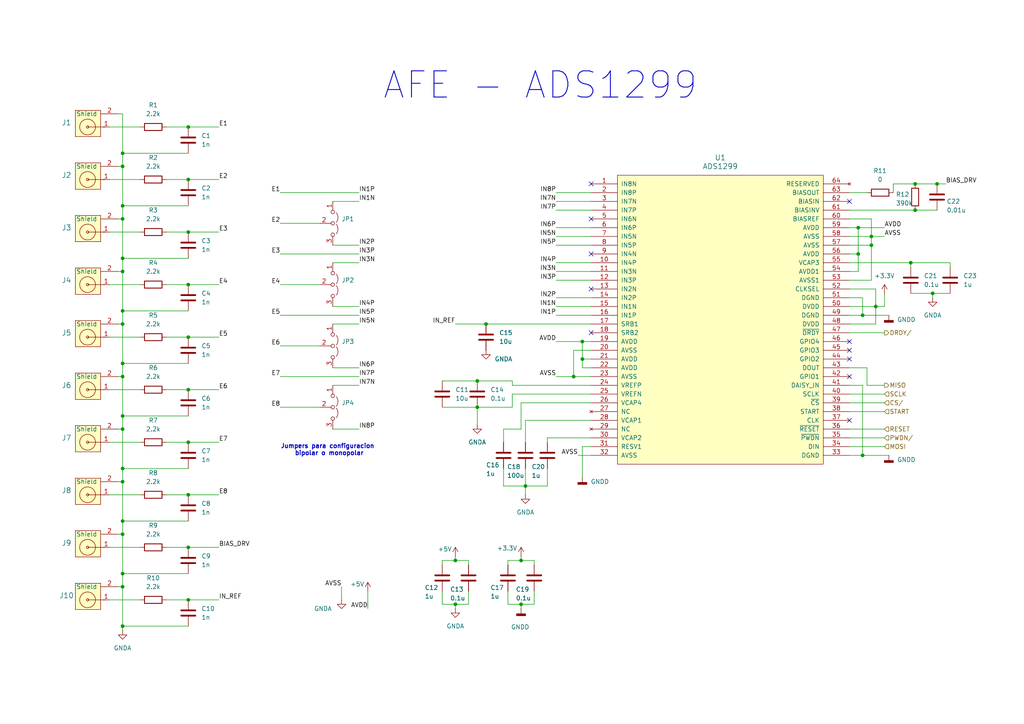
<source format=kicad_sch>
(kicad_sch (version 20250114) (generator "eeschema") (generator_version "9.0")
  (paper "A4")
  (title_block (title "Proyecto Casco EEG") (date "2025-09-11") (company "Bernardi Lorenzo - Dodera Francisco"))
  (lib_symbols
    (symbol "BioAmp_v1.1.0:ADS1299" (pin_names (offset 1.016))
      (property "Reference" "U" (at 0 43.18 0))
      (property "Value" "ADS1299" (at -24.13 -44.45 0))
      (symbol "ADS1299_0_1"
        (rectangle (start -29.21 40.64) (end 30.48 -43.18) (fill (type background)))
      )
      (symbol "ADS1299_1_1"
        (pin input line (at -36.83 38.1 0) (length 7.62) (name "IN8N") (number "1"))
        (pin input line (at -36.83 35.56 0) (length 7.62) (name "IN8P") (number "2"))
        (pin input line (at -36.83 33.02 0) (length 7.62) (name "IN7N") (number "3"))
        (pin input line (at -36.83 30.48 0) (length 7.62) (name "IN7P") (number "4"))
        (pin input line (at -36.83 27.94 0) (length 7.62) (name "IN6N") (number "5"))
        (pin input line (at -36.83 25.4 0) (length 7.62) (name "IN6P") (number "6"))
        (pin input line (at -36.83 22.86 0) (length 7.62) (name "IN5N") (number "7"))
        (pin input line (at -36.83 20.32 0) (length 7.62) (name "IN5P") (number "8"))
        (pin input line (at -36.83 17.78 0) (length 7.62) (name "IN4N") (number "9"))
        (pin input line (at -36.83 15.24 0) (length 7.62) (name "IN4P") (number "10"))
        (pin input line (at -36.83 12.7 0) (length 7.62) (name "IN3N") (number "11"))
        (pin input line (at -36.83 10.16 0) (length 7.62) (name "IN3P") (number "12"))
        (pin input line (at -36.83 7.62 0) (length 7.62) (name "IN2N") (number "13"))
        (pin input line (at -36.83 5.08 0) (length 7.62) (name "IN2P") (number "14"))
        (pin input line (at -36.83 2.54 0) (length 7.62) (name "IN1N") (number "15"))
        (pin input line (at -36.83 0 0) (length 7.62) (name "IN1P") (number "16"))
        (pin bidirectional line (at -36.83 -2.54 0) (length 7.62) (name "SRB1") (number "17"))
        (pin bidirectional line (at -36.83 -5.08 0) (length 7.62) (name "SRB2") (number "18"))
        (pin power_in line (at -36.83 -7.62 0) (length 7.62) (name "AVDD") (number "19"))
        (pin power_in line (at -36.83 -10.16 0) (length 7.62) (name "AVSS") (number "20"))
        (pin power_in line (at -36.83 -12.7 0) (length 7.62) (name "AVDD") (number "21"))
        (pin power_in line (at -36.83 -15.24 0) (length 7.62) (name "AVDD") (number "22"))
        (pin power_in line (at -36.83 -17.78 0) (length 7.62) (name "AVSS") (number "23"))
        (pin bidirectional line (at -36.83 -20.32 0) (length 7.62) (name "VREFP") (number "24"))
        (pin input line (at -36.83 -22.86 0) (length 7.62) (name "VREFN") (number "25"))
        (pin passive line (at -36.83 -25.4 0) (length 7.62) (name "VCAP4") (number "26"))
        (pin no_connect line (at -36.83 -27.94 0) (length 7.62) (name "NC") (number "27"))
        (pin passive line (at -36.83 -30.48 0) (length 7.62) (name "VCAP1") (number "28"))
        (pin no_connect line (at -36.83 -33.02 0) (length 7.62) (name "NC") (number "29"))
        (pin passive line (at -36.83 -35.56 0) (length 7.62) (name "VCAP2") (number "30"))
        (pin input line (at -36.83 -38.1 0) (length 7.62) (name "RESV1") (number "31"))
        (pin power_in line (at -36.83 -40.64 0) (length 7.62) (name "AVSS") (number "32"))
        (pin no_connect line (at 38.1 38.1 180) (length 7.62) (name "RESERVED") (number "64"))
        (pin output line (at 38.1 35.56 180) (length 7.62) (name "BIASOUT") (number "63"))
        (pin input line (at 38.1 33.02 180) (length 7.62) (name "BIASIN") (number "62"))
        (pin bidirectional line (at 38.1 30.48 180) (length 7.62) (name "BIASINV") (number "61"))
        (pin input line (at 38.1 27.94 180) (length 7.62) (name "BIASREF") (number "60"))
        (pin power_in line (at 38.1 25.4 180) (length 7.62) (name "AVDD") (number "59"))
        (pin power_in line (at 38.1 22.86 180) (length 7.62) (name "AVSS") (number "58"))
        (pin power_in line (at 38.1 20.32 180) (length 7.62) (name "AVSS") (number "57"))
        (pin power_in line (at 38.1 17.78 180) (length 7.62) (name "AVDD") (number "56"))
        (pin passive line (at 38.1 15.24 180) (length 7.62) (name "VCAP3") (number "55"))
        (pin power_in line (at 38.1 12.7 180) (length 7.62) (name "AVDD1") (number "54"))
        (pin power_in line (at 38.1 10.16 180) (length 7.62) (name "AVSS1") (number "53"))
        (pin input line (at 38.1 7.62 180) (length 7.62) (name "CLKSEL") (number "52"))
        (pin power_in line (at 38.1 5.08 180) (length 7.62) (name "DGND") (number "51"))
        (pin power_in line (at 38.1 2.54 180) (length 7.62) (name "DVDD") (number "50"))
        (pin power_in line (at 38.1 0 180) (length 7.62) (name "DGND") (number "49"))
        (pin power_in line (at 38.1 -2.54 180) (length 7.62) (name "DVDD") (number "48"))
        (pin output line (at 38.1 -5.08 180) (length 7.62) (name "~{DRDY}") (number "47"))
        (pin bidirectional line (at 38.1 -7.62 180) (length 7.62) (name "GPIO4") (number "46"))
        (pin bidirectional line (at 38.1 -10.16 180) (length 7.62) (name "GPIO3") (number "45"))
        (pin bidirectional line (at 38.1 -12.7 180) (length 7.62) (name "GPIO2") (number "44"))
        (pin output line (at 38.1 -15.24 180) (length 7.62) (name "DOUT") (number "43"))
        (pin bidirectional line (at 38.1 -17.78 180) (length 7.62) (name "GPIO1") (number "42"))
        (pin input line (at 38.1 -20.32 180) (length 7.62) (name "DAISY_IN") (number "41"))
        (pin input line (at 38.1 -22.86 180) (length 7.62) (name "SCLK") (number "40"))
        (pin input line (at 38.1 -25.4 180) (length 7.62) (name "~{CS}") (number "39"))
        (pin input line (at 38.1 -27.94 180) (length 7.62) (name "START") (number "38"))
        (pin bidirectional line (at 38.1 -30.48 180) (length 7.62) (name "CLK") (number "37"))
        (pin input line (at 38.1 -33.02 180) (length 7.62) (name "~{RESET}") (number "36"))
        (pin input line (at 38.1 -35.56 180) (length 7.62) (name "~{PWDN}") (number "35"))
        (pin input line (at 38.1 -38.1 180) (length 7.62) (name "DIN") (number "34"))
        (pin power_in line (at 38.1 -40.64 180) (length 7.62) (name "DGND") (number "33"))
      )
    )
    (symbol "BioAmp_v1.1.0:Jack_Touch-Proof" (pin_names (offset 1.016))
      (property "Reference" "J1" (at -0.254 -10.16 0))
      (property "Value" "Jack_Touch-Proof" (at -0.254 -7.62 0))
      (symbol "Jack_Touch-Proof_0_1"
        (rectangle (start -3.81 2.794) (end 3.556 -4.826) (fill (type background)))
        (polyline (pts (xy -2.286 0) (xy -5.08 0)))
        (polyline (pts (xy 0 0) (xy -2.286 0)))
        (circle (center 0 0) (radius 0.3556))
        (circle (center 0 0) (radius 2.286))
      )
      (symbol "Jack_Touch-Proof_1_1"
        (pin bidirectional line (at -8.89 -3.81 0) (length 5.08) (name "Shield") (number "2"))
        (pin bidirectional line (at -6.35 0 0) (length 1.905) (name "~") (number "1"))
      )
    )
    (symbol "Device:C" (pin_numbers (hide yes)) (pin_names (offset 0.254))
      (property "Reference" "C" (at 0.635 2.54 0))
      (property "Value" "C" (at 0.635 -2.54 0))
      (symbol "C_0_1"
        (polyline (pts (xy -2.032 0.762) (xy 2.032 0.762)) (stroke (width 0.508)))
        (polyline (pts (xy -2.032 -0.762) (xy 2.032 -0.762)) (stroke (width 0.508)))
      )
      (symbol "C_1_1"
        (pin passive line (at 0 3.81 270) (length 2.794) (name "~") (number "1"))
        (pin passive line (at 0 -3.81 90) (length 2.794) (name "~") (number "2"))
      )
    )
    (symbol "Device:R" (pin_numbers (hide yes)) (pin_names (offset 0))
      (property "Reference" "R" (at 2.032 0 90))
      (property "Value" "R" (at 0 0 90))
      (symbol "R_0_1"
        (rectangle (start -1.016 -2.54) (end 1.016 2.54) (stroke (width 0.254)))
      )
      (symbol "R_1_1"
        (pin passive line (at 0 3.81 270) (length 1.27) (name "~") (number "1"))
        (pin passive line (at 0 -3.81 90) (length 1.27) (name "~") (number "2"))
      )
    )
    (symbol "Jumper:Jumper_3_Open" (pin_names (offset 0) (hide yes)) (in_bom no)
      (property "Reference" "JP" (at -2.54 -2.54 0))
      (property "Value" "Jumper_3_Open" (at 0 2.794 0))
      (symbol "Jumper_3_Open_0_0"
        (circle (center -3.302 0) (radius 0.508))
        (circle (center 0 0) (radius 0.508))
        (circle (center 3.302 0) (radius 0.508))
      )
      (symbol "Jumper_3_Open_0_1"
        (arc (start -3.048 1.016) (mid -1.651 1.4992) (end -0.254 1.016))
        (polyline (pts (xy 0 -0.508) (xy 0 -1.27)))
        (arc (start 0.254 1.016) (mid 1.651 1.4992) (end 3.048 1.016))
      )
      (symbol "Jumper_3_Open_1_1"
        (pin passive line (at -6.35 0 0) (length 2.54) (name "A") (number "1"))
        (pin passive line (at 0 -3.81 90) (length 2.54) (name "C") (number "2"))
        (pin passive line (at 6.35 0 180) (length 2.54) (name "B") (number "3"))
      )
    )
    (symbol "power:+3.3V" (power) (pin_numbers (hide yes)) (pin_names (offset 0) (hide yes))
      (property "Value" "+3.3V" (at 0 3.556 0))
      (symbol "+3.3V_0_1"
        (polyline (pts (xy -0.762 1.27) (xy 0 2.54)))
        (polyline (pts (xy 0 2.54) (xy 0.762 1.27)))
        (polyline (pts (xy 0 0) (xy 0 2.54)))
      )
      (symbol "+3.3V_1_1"
        (pin power_in line (at 0 0 90) (length 0) (name "~") (number "1"))
      )
    )
    (symbol "power:+5V" (power) (pin_numbers (hide yes)) (pin_names (offset 0) (hide yes))
      (property "Value" "+5V" (at 0 3.556 0))
      (symbol "+5V_0_1"
        (polyline (pts (xy -0.762 1.27) (xy 0 2.54)))
        (polyline (pts (xy 0 2.54) (xy 0.762 1.27)))
        (polyline (pts (xy 0 0) (xy 0 2.54)))
      )
      (symbol "+5V_1_1"
        (pin power_in line (at 0 0 90) (length 0) (name "~") (number "1"))
      )
    )
    (symbol "power:GNDA" (power) (pin_numbers (hide yes)) (pin_names (offset 0) (hide yes))
      (property "Value" "GNDA" (at 0 -3.81 0))
      (symbol "GNDA_0_1"
        (polyline (pts (xy 0 0) (xy 0 -1.27) (xy 1.27 -1.27) (xy 0 -2.54) (xy -1.27 -1.27) (xy 0 -1.27)))
      )
      (symbol "GNDA_1_1"
        (pin power_in line (at 0 0 270) (length 0) (name "~") (number "1"))
      )
    )
    (symbol "power:GNDD" (power) (pin_numbers (hide yes)) (pin_names (offset 0) (hide yes))
      (property "Value" "GNDD" (at 0 -3.175 0))
      (symbol "GNDD_0_1"
        (rectangle (start -1.27 -1.524) (end 1.27 -2.032) (stroke (width 0.254)) (fill (type outline)))
        (polyline (pts (xy 0 0) (xy 0 -1.524)))
      )
      (symbol "GNDD_1_1"
        (pin power_in line (at 0 0 270) (length 0) (name "~") (number "1"))
      )
    )
  )
  (text "AFE - ADS1299" (at 156.718 24.892 0) (effects (font (size 7.62 7.62) (thickness 0.254) (bold yes))))
  (text "Jumpers para configuracion \nbipolar o monopolar" (at 95.504 130.556 0) (effects (font (size 1.27 1.27) (thickness 0.254) (bold yes))))
  (junction (at 54.61 128.27))
  (junction (at 35.56 154.94))
  (junction (at 132.08 175.26))
  (junction (at 248.92 66.04))
  (junction (at 54.61 143.51))
  (junction (at 168.91 104.14))
  (junction (at 54.61 113.03))
  (junction (at 35.56 181.61))
  (junction (at 54.61 97.79))
  (junction (at 138.43 118.11))
  (junction (at 132.08 162.56))
  (junction (at 252.73 71.12))
  (junction (at 35.56 109.22))
  (junction (at 254 88.9))
  (junction (at 138.43 110.49))
  (junction (at 265.43 53.34))
  (junction (at 151.13 162.56))
  (junction (at 264.16 76.2))
  (junction (at 35.56 166.37))
  (junction (at 271.78 53.34))
  (junction (at 35.56 151.13))
  (junction (at 248.92 73.66))
  (junction (at 168.91 99.06))
  (junction (at 35.56 135.89))
  (junction (at 140.97 93.98))
  (junction (at 54.61 173.99))
  (junction (at 265.43 60.96))
  (junction (at 35.56 78.74))
  (junction (at 152.4 140.97))
  (junction (at 166.37 109.22))
  (junction (at 35.56 105.41))
  (junction (at 35.56 93.98))
  (junction (at 250.19 91.44))
  (junction (at 270.51 85.09))
  (junction (at 35.56 48.26))
  (junction (at 35.56 44.45))
  (junction (at 151.13 175.26))
  (junction (at 54.61 82.55))
  (junction (at 250.19 132.08))
  (junction (at 54.61 52.07))
  (junction (at 54.61 158.75))
  (junction (at 35.56 90.17))
  (junction (at 54.61 36.83))
  (junction (at 35.56 139.7))
  (junction (at 35.56 124.46))
  (junction (at 35.56 74.93))
  (junction (at 252.73 68.58))
  (junction (at 35.56 59.69))
  (junction (at 35.56 63.5))
  (junction (at 35.56 170.18))
  (junction (at 54.61 67.31))
  (junction (at 35.56 120.65))
  (no_connect (at 246.38 58.42))
  (no_connect (at 171.45 83.82))
  (no_connect (at 246.38 99.06))
  (no_connect (at 171.45 63.5))
  (no_connect (at 246.38 101.6))
  (no_connect (at 246.38 121.92))
  (no_connect (at 171.45 96.52))
  (no_connect (at 246.38 104.14))
  (no_connect (at 171.45 53.34))
  (no_connect (at 171.45 73.66))
  (no_connect (at 246.38 109.22))
  (wire (pts (xy 35.56 48.26) (xy 35.56 59.69)))
  (wire (pts (xy 48.26 128.27) (xy 54.61 128.27)))
  (wire (pts (xy 171.45 106.68) (xy 168.91 106.68)))
  (wire (pts (xy 132.08 175.26) (xy 135.89 175.26)))
  (wire (pts (xy 35.56 90.17) (xy 35.56 93.98)))
  (wire (pts (xy 166.37 101.6) (xy 171.45 101.6)))
  (wire (pts (xy 161.29 71.12) (xy 171.45 71.12)))
  (wire (pts (xy 54.61 143.51) (xy 63.5 143.51)))
  (wire (pts (xy 168.91 104.14) (xy 168.91 99.06)))
  (wire (pts (xy 132.08 161.29) (xy 132.08 162.56)))
  (wire (pts (xy 264.16 76.2) (xy 264.16 77.47)))
  (wire (pts (xy 161.29 99.06) (xy 168.91 99.06)))
  (wire (pts (xy 35.56 120.65) (xy 35.56 124.46)))
  (wire (pts (xy 168.91 129.54) (xy 168.91 138.43)))
  (wire (pts (xy 35.56 105.41) (xy 35.56 109.22)))
  (wire (pts (xy 246.38 55.88) (xy 251.46 55.88)))
  (wire (pts (xy 246.38 129.54) (xy 256.54 129.54)))
  (wire (pts (xy 81.28 118.11) (xy 92.71 118.11)))
  (wire (pts (xy 168.91 99.06) (xy 171.45 99.06)))
  (wire (pts (xy 132.08 93.98) (xy 140.97 93.98)))
  (wire (pts (xy 96.52 106.68) (xy 104.14 106.68)))
  (wire (pts (xy 96.52 124.46) (xy 104.14 124.46)))
  (wire (pts (xy 250.19 86.36) (xy 250.19 91.44)))
  (wire (pts (xy 246.38 66.04) (xy 248.92 66.04)))
  (wire (pts (xy 96.52 76.2) (xy 104.14 76.2)))
  (wire (pts (xy 254 88.9) (xy 254 93.98)))
  (wire (pts (xy 152.4 121.92) (xy 152.4 128.27)))
  (wire (pts (xy 151.13 116.84) (xy 151.13 124.46)))
  (wire (pts (xy 48.26 97.79) (xy 54.61 97.79)))
  (wire (pts (xy 270.51 85.09) (xy 275.59 85.09)))
  (wire (pts (xy 264.16 76.2) (xy 275.59 76.2)))
  (wire (pts (xy 152.4 140.97) (xy 158.75 140.97)))
  (wire (pts (xy 250.19 91.44) (xy 246.38 91.44)))
  (wire (pts (xy 154.94 175.26) (xy 154.94 171.45)))
  (wire (pts (xy 31.75 82.55) (xy 40.64 82.55)))
  (wire (pts (xy 128.27 163.83) (xy 128.27 162.56)))
  (wire (pts (xy 158.75 140.97) (xy 158.75 135.89)))
  (wire (pts (xy 254 83.82) (xy 254 88.9)))
  (wire (pts (xy 54.61 67.31) (xy 63.5 67.31)))
  (wire (pts (xy 161.29 68.58) (xy 171.45 68.58)))
  (wire (pts (xy 35.56 139.7) (xy 35.56 151.13)))
  (wire (pts (xy 265.43 53.34) (xy 271.78 53.34)))
  (wire (pts (xy 35.56 90.17) (xy 54.61 90.17)))
  (wire (pts (xy 270.51 85.09) (xy 270.51 86.36)))
  (wire (pts (xy 35.56 120.65) (xy 54.61 120.65)))
  (wire (pts (xy 265.43 60.96) (xy 271.78 60.96)))
  (wire (pts (xy 35.56 44.45) (xy 54.61 44.45)))
  (wire (pts (xy 248.92 78.74) (xy 248.92 73.66)))
  (wire (pts (xy 259.08 53.34) (xy 265.43 53.34)))
  (wire (pts (xy 161.29 60.96) (xy 171.45 60.96)))
  (wire (pts (xy 152.4 140.97) (xy 152.4 143.51)))
  (wire (pts (xy 128.27 162.56) (xy 132.08 162.56)))
  (wire (pts (xy 132.08 175.26) (xy 132.08 176.53)))
  (wire (pts (xy 35.56 166.37) (xy 54.61 166.37)))
  (wire (pts (xy 246.38 78.74) (xy 248.92 78.74)))
  (wire (pts (xy 246.38 83.82) (xy 254 83.82)))
  (wire (pts (xy 34.29 93.98) (xy 35.56 93.98)))
  (wire (pts (xy 34.29 48.26) (xy 35.56 48.26)))
  (wire (pts (xy 152.4 121.92) (xy 171.45 121.92)))
  (wire (pts (xy 161.29 76.2) (xy 171.45 76.2)))
  (wire (pts (xy 54.61 173.99) (xy 63.5 173.99)))
  (wire (pts (xy 171.45 129.54) (xy 168.91 129.54)))
  (wire (pts (xy 48.26 143.51) (xy 54.61 143.51)))
  (wire (pts (xy 151.13 175.26) (xy 154.94 175.26)))
  (wire (pts (xy 151.13 162.56) (xy 154.94 162.56)))
  (wire (pts (xy 246.38 81.28) (xy 252.73 81.28)))
  (wire (pts (xy 35.56 105.41) (xy 54.61 105.41)))
  (wire (pts (xy 31.75 143.51) (xy 40.64 143.51)))
  (wire (pts (xy 161.29 66.04) (xy 171.45 66.04)))
  (wire (pts (xy 246.38 60.96) (xy 265.43 60.96)))
  (wire (pts (xy 275.59 76.2) (xy 275.59 77.47)))
  (wire (pts (xy 54.61 97.79) (xy 63.5 97.79)))
  (wire (pts (xy 256.54 85.09) (xy 256.54 88.9)))
  (wire (pts (xy 31.75 173.99) (xy 40.64 173.99)))
  (wire (pts (xy 35.56 74.93) (xy 54.61 74.93)))
  (wire (pts (xy 35.56 154.94) (xy 35.56 166.37)))
  (wire (pts (xy 96.52 58.42) (xy 104.14 58.42)))
  (wire (pts (xy 81.28 91.44) (xy 104.14 91.44)))
  (wire (pts (xy 81.28 109.22) (xy 104.14 109.22)))
  (wire (pts (xy 168.91 104.14) (xy 171.45 104.14)))
  (wire (pts (xy 161.29 86.36) (xy 171.45 86.36)))
  (wire (pts (xy 161.29 81.28) (xy 171.45 81.28)))
  (wire (pts (xy 251.46 106.68) (xy 251.46 111.76)))
  (wire (pts (xy 248.92 66.04) (xy 256.54 66.04)))
  (wire (pts (xy 271.78 53.34) (xy 274.32 53.34)))
  (wire (pts (xy 152.4 135.89) (xy 152.4 140.97)))
  (wire (pts (xy 250.19 91.44) (xy 257.81 91.44)))
  (wire (pts (xy 246.38 86.36) (xy 250.19 86.36)))
  (wire (pts (xy 54.61 82.55) (xy 63.5 82.55)))
  (wire (pts (xy 140.97 93.98) (xy 171.45 93.98)))
  (wire (pts (xy 35.56 109.22) (xy 35.56 120.65)))
  (wire (pts (xy 251.46 111.76) (xy 256.54 111.76)))
  (wire (pts (xy 96.52 71.12) (xy 104.14 71.12)))
  (wire (pts (xy 246.38 93.98) (xy 254 93.98)))
  (wire (pts (xy 248.92 66.04) (xy 248.92 73.66)))
  (wire (pts (xy 34.29 170.18) (xy 35.56 170.18)))
  (wire (pts (xy 35.56 44.45) (xy 35.56 48.26)))
  (wire (pts (xy 31.75 52.07) (xy 40.64 52.07)))
  (wire (pts (xy 48.26 36.83) (xy 54.61 36.83)))
  (wire (pts (xy 138.43 118.11) (xy 148.59 118.11)))
  (wire (pts (xy 246.38 76.2) (xy 264.16 76.2)))
  (wire (pts (xy 146.05 135.89) (xy 146.05 140.97)))
  (wire (pts (xy 171.45 111.76) (xy 148.59 111.76)))
  (wire (pts (xy 48.26 113.03) (xy 54.61 113.03)))
  (wire (pts (xy 34.29 33.02) (xy 35.56 33.02)))
  (wire (pts (xy 54.61 128.27) (xy 63.5 128.27)))
  (wire (pts (xy 48.26 173.99) (xy 54.61 173.99)))
  (wire (pts (xy 54.61 158.75) (xy 63.5 158.75)))
  (wire (pts (xy 151.13 175.26) (xy 151.13 176.53)))
  (wire (pts (xy 132.08 162.56) (xy 135.89 162.56)))
  (wire (pts (xy 246.38 127) (xy 256.54 127)))
  (wire (pts (xy 246.38 106.68) (xy 251.46 106.68)))
  (wire (pts (xy 54.61 151.13) (xy 35.56 151.13)))
  (wire (pts (xy 151.13 161.29) (xy 151.13 162.56)))
  (wire (pts (xy 128.27 171.45) (xy 128.27 175.26)))
  (wire (pts (xy 34.29 63.5) (xy 35.56 63.5)))
  (wire (pts (xy 35.56 170.18) (xy 35.56 181.61)))
  (wire (pts (xy 48.26 52.07) (xy 54.61 52.07)))
  (wire (pts (xy 35.56 59.69) (xy 35.56 63.5)))
  (wire (pts (xy 158.75 127) (xy 158.75 128.27)))
  (wire (pts (xy 35.56 135.89) (xy 54.61 135.89)))
  (wire (pts (xy 96.52 93.98) (xy 104.14 93.98)))
  (wire (pts (xy 48.26 67.31) (xy 54.61 67.31)))
  (wire (pts (xy 171.45 127) (xy 158.75 127)))
  (wire (pts (xy 135.89 175.26) (xy 135.89 171.45)))
  (wire (pts (xy 171.45 116.84) (xy 151.13 116.84)))
  (wire (pts (xy 246.38 96.52) (xy 256.54 96.52)))
  (wire (pts (xy 31.75 113.03) (xy 40.64 113.03)))
  (wire (pts (xy 252.73 68.58) (xy 252.73 71.12)))
  (wire (pts (xy 138.43 118.11) (xy 138.43 123.19)))
  (wire (pts (xy 128.27 175.26) (xy 132.08 175.26)))
  (wire (pts (xy 264.16 85.09) (xy 270.51 85.09)))
  (wire (pts (xy 246.38 111.76) (xy 250.19 111.76)))
  (wire (pts (xy 147.32 171.45) (xy 147.32 175.26)))
  (wire (pts (xy 148.59 114.3) (xy 171.45 114.3)))
  (wire (pts (xy 35.56 135.89) (xy 35.56 139.7)))
  (wire (pts (xy 246.38 132.08) (xy 250.19 132.08)))
  (wire (pts (xy 81.28 55.88) (xy 104.14 55.88)))
  (wire (pts (xy 31.75 36.83) (xy 40.64 36.83)))
  (wire (pts (xy 161.29 109.22) (xy 166.37 109.22)))
  (wire (pts (xy 161.29 55.88) (xy 171.45 55.88)))
  (wire (pts (xy 34.29 139.7) (xy 35.56 139.7)))
  (wire (pts (xy 34.29 78.74) (xy 35.56 78.74)))
  (wire (pts (xy 34.29 109.22) (xy 35.56 109.22)))
  (wire (pts (xy 148.59 110.49) (xy 138.43 110.49)))
  (wire (pts (xy 246.38 124.46) (xy 256.54 124.46)))
  (wire (pts (xy 171.45 109.22) (xy 166.37 109.22)))
  (wire (pts (xy 248.92 73.66) (xy 246.38 73.66)))
  (wire (pts (xy 34.29 124.46) (xy 35.56 124.46)))
  (wire (pts (xy 154.94 162.56) (xy 154.94 163.83)))
  (wire (pts (xy 246.38 116.84) (xy 256.54 116.84)))
  (wire (pts (xy 31.75 97.79) (xy 40.64 97.79)))
  (wire (pts (xy 151.13 124.46) (xy 146.05 124.46)))
  (wire (pts (xy 246.38 119.38) (xy 256.54 119.38)))
  (wire (pts (xy 81.28 73.66) (xy 104.14 73.66)))
  (wire (pts (xy 31.75 67.31) (xy 40.64 67.31)))
  (wire (pts (xy 35.56 78.74) (xy 35.56 90.17)))
  (wire (pts (xy 146.05 140.97) (xy 152.4 140.97)))
  (wire (pts (xy 54.61 36.83) (xy 63.5 36.83)))
  (wire (pts (xy 99.06 170.18) (xy 99.06 173.99)))
  (wire (pts (xy 147.32 175.26) (xy 151.13 175.26)))
  (wire (pts (xy 31.75 158.75) (xy 40.64 158.75)))
  (wire (pts (xy 35.56 166.37) (xy 35.56 170.18)))
  (wire (pts (xy 54.61 113.03) (xy 63.5 113.03)))
  (wire (pts (xy 250.19 132.08) (xy 257.81 132.08)))
  (wire (pts (xy 54.61 52.07) (xy 63.5 52.07)))
  (wire (pts (xy 161.29 58.42) (xy 171.45 58.42)))
  (wire (pts (xy 252.73 63.5) (xy 252.73 68.58)))
  (wire (pts (xy 147.32 162.56) (xy 151.13 162.56)))
  (wire (pts (xy 246.38 71.12) (xy 252.73 71.12)))
  (wire (pts (xy 246.38 88.9) (xy 254 88.9)))
  (wire (pts (xy 81.28 64.77) (xy 92.71 64.77)))
  (wire (pts (xy 35.56 151.13) (xy 35.56 154.94)))
  (wire (pts (xy 35.56 74.93) (xy 35.56 78.74)))
  (wire (pts (xy 161.29 88.9) (xy 171.45 88.9)))
  (wire (pts (xy 35.56 93.98) (xy 35.56 105.41)))
  (wire (pts (xy 48.26 82.55) (xy 54.61 82.55)))
  (wire (pts (xy 34.29 154.94) (xy 35.56 154.94)))
  (wire (pts (xy 96.52 88.9) (xy 104.14 88.9)))
  (wire (pts (xy 166.37 109.22) (xy 166.37 101.6)))
  (wire (pts (xy 259.08 55.88) (xy 259.08 53.34)))
  (wire (pts (xy 31.75 128.27) (xy 40.64 128.27)))
  (wire (pts (xy 138.43 110.49) (xy 128.27 110.49)))
  (wire (pts (xy 135.89 162.56) (xy 135.89 163.83)))
  (wire (pts (xy 161.29 78.74) (xy 171.45 78.74)))
  (wire (pts (xy 148.59 111.76) (xy 148.59 110.49)))
  (wire (pts (xy 35.56 59.69) (xy 54.61 59.69)))
  (wire (pts (xy 250.19 111.76) (xy 250.19 132.08)))
  (wire (pts (xy 35.56 124.46) (xy 35.56 135.89)))
  (wire (pts (xy 81.28 100.33) (xy 92.71 100.33)))
  (wire (pts (xy 96.52 111.76) (xy 104.14 111.76)))
  (wire (pts (xy 35.56 181.61) (xy 54.61 181.61)))
  (wire (pts (xy 81.28 82.55) (xy 92.71 82.55)))
  (wire (pts (xy 106.68 171.45) (xy 106.68 176.53)))
  (wire (pts (xy 246.38 63.5) (xy 252.73 63.5)))
  (wire (pts (xy 256.54 88.9) (xy 254 88.9)))
  (wire (pts (xy 48.26 158.75) (xy 54.61 158.75)))
  (wire (pts (xy 35.56 63.5) (xy 35.56 74.93)))
  (wire (pts (xy 252.73 68.58) (xy 256.54 68.58)))
  (wire (pts (xy 161.29 91.44) (xy 171.45 91.44)))
  (wire (pts (xy 146.05 124.46) (xy 146.05 128.27)))
  (wire (pts (xy 168.91 106.68) (xy 168.91 104.14)))
  (wire (pts (xy 252.73 81.28) (xy 252.73 71.12)))
  (wire (pts (xy 148.59 118.11) (xy 148.59 114.3)))
  (wire (pts (xy 128.27 118.11) (xy 138.43 118.11)))
  (wire (pts (xy 35.56 181.61) (xy 35.56 182.88)))
  (wire (pts (xy 35.56 33.02) (xy 35.56 44.45)))
  (wire (pts (xy 246.38 68.58) (xy 252.73 68.58)))
  (wire (pts (xy 246.38 114.3) (xy 256.54 114.3)))
  (wire (pts (xy 167.64 132.08) (xy 171.45 132.08)))
  (wire (pts (xy 147.32 163.83) (xy 147.32 162.56)))
  (label "AVDD" (at 106.68 176.53 180))
  (label "E3" (at 81.28 73.66 180))
  (label "IN2P" (at 161.29 86.36 180))
  (label "AVSS" (at 161.29 109.22 180))
  (label "IN_REF" (at 132.08 93.98 180))
  (label "IN7P" (at 104.14 109.22 0))
  (label "IN5P" (at 161.29 71.12 180))
  (label "AVSS" (at 167.64 132.08 180))
  (label "E5" (at 81.28 91.44 180))
  (label "IN4P" (at 161.29 76.2 180))
  (label "IN2P" (at 104.14 71.12 0))
  (label "AVDD" (at 256.54 66.04 0))
  (label "E6" (at 63.5 113.03 0))
  (label "E2" (at 63.5 52.07 0))
  (label "AVSS" (at 256.54 68.58 0))
  (label "E8" (at 81.28 118.11 180))
  (label "IN5N" (at 161.29 68.58 180))
  (label "E4" (at 81.28 82.55 180))
  (label "E5" (at 63.5 97.79 0))
  (label "IN1N" (at 104.14 58.42 0))
  (label "BIAS_DRV" (at 274.32 53.34 0))
  (label "E8" (at 63.5 143.51 0))
  (label "IN3N" (at 161.29 78.74 180))
  (label "IN5N" (at 104.14 93.98 0))
  (label "IN4P" (at 104.14 88.9 0))
  (label "IN1P" (at 161.29 91.44 180))
  (label "IN3N" (at 104.14 76.2 0))
  (label "E7" (at 63.5 128.27 0))
  (label "IN3P" (at 104.14 73.66 0))
  (label "IN5P" (at 104.14 91.44 0))
  (label "IN1N" (at 161.29 88.9 180))
  (label "IN1P" (at 104.14 55.88 0))
  (label "IN8P" (at 161.29 55.88 180))
  (label "IN6P" (at 104.14 106.68 0))
  (label "E1" (at 81.28 55.88 180))
  (label "IN7P" (at 161.29 60.96 180))
  (label "IN3P" (at 161.29 81.28 180))
  (label "E2" (at 81.28 64.77 180))
  (label "BIAS_DRV" (at 63.5 158.75 0))
  (label "IN6P" (at 161.29 66.04 180))
  (label "E7" (at 81.28 109.22 180))
  (label "IN_REF" (at 63.5 173.99 0))
  (label "E1" (at 63.5 36.83 0))
  (label "E6" (at 81.28 100.33 180))
  (label "E3" (at 63.5 67.31 0))
  (label "IN7N" (at 104.14 111.76 0))
  (label "IN8P" (at 104.14 124.46 0))
  (label "E4" (at 63.5 82.55 0))
  (label "AVSS" (at 99.06 170.18 180))
  (label "IN7N" (at 161.29 58.42 180))
  (label "AVDD" (at 161.29 99.06 180))
  (hierarchical_label "MOSI" (shape input) (at 256.54 129.54 0))
  (hierarchical_label "DRDY{slash}" (shape output) (at 256.54 96.52 0))
  (hierarchical_label "SCLK" (shape input) (at 256.54 114.3 0))
  (hierarchical_label "PWDN{slash}" (shape input) (at 256.54 127 0))
  (hierarchical_label "MISO" (shape output) (at 256.54 111.76 0))
  (hierarchical_label "CS{slash}" (shape input) (at 256.54 116.84 0))
  (hierarchical_label "START" (shape input) (at 256.54 119.38 0))
  (hierarchical_label "RESET" (shape input) (at 256.54 124.46 0))
  (symbol (lib_id "Device:R") (at 44.45 82.55 90) (unit 1)
    (property "Reference" "R4" (at 44.45 76.2 90))
    (property "Value" "2.2k" (at 44.45 78.74 90))
    (property "Footprint" "Resistor_SMD:R_0603_1608Metric" (effects (hide yes)))
    (property "Description" "Resistor" (effects (hide yes)))
    (property "LCSC PN" "C114662" (effects (hide yes)))
  )
  (symbol (lib_id "power:GNDD") (at 257.81 132.08 0) (unit 1)
    (property "Reference" "#PWR014" (effects (hide yes)))
    (property "Value" "GNDD" (at 262.89 133.35 0))
    (property "Description" "Power symbol creates a global label with name \"GNDD\" , digital ground" (effects (hide yes)))
  )
  (symbol (lib_id "Device:R") (at 44.45 113.03 90) (unit 1)
    (property "Reference" "R6" (at 44.45 106.68 90))
    (property "Value" "2.2k" (at 44.45 109.22 90))
    (property "Footprint" "Resistor_SMD:R_0603_1608Metric" (effects (hide yes)))
    (property "Description" "Resistor" (effects (hide yes)))
    (property "LCSC PN" "C114662" (effects (hide yes)))
  )
  (symbol (lib_id "Device:R") (at 265.43 57.15 0) (unit 1)
    (property "Reference" "R12" (at 259.842 56.388 0) (effects (justify left)))
    (property "Value" "390k" (at 259.842 58.928 0) (effects (justify left)))
    (property "Footprint" "Resistor_SMD:R_0603_1608Metric" (effects (hide yes)))
    (property "Description" "Resistor" (effects (hide yes)))
    (property "LCSC PN" "C23150" (effects (hide yes)))
  )
  (symbol (lib_id "Device:C") (at 264.16 81.28 0) (unit 1)
    (property "Reference" "C21" (at 267.97 80.0099 0) (effects (justify left)))
    (property "Value" "0.1u" (at 267.97 82.5499 0) (effects (justify left)))
    (property "Footprint" "Capacitor_SMD:C_0603_1608Metric" (effects (hide yes)))
    (property "Description" "Unpolarized capacitor" (effects (hide yes)))
    (property "LCSC PN" "C14663" (effects (hide yes)))
  )
  (symbol (lib_id "power:+3.3V") (at 151.13 161.29 0) (unit 1)
    (property "Reference" "#PWR08" (effects (hide yes)))
    (property "Value" "+3.3V" (at 147.066 159.004 0))
    (property "Description" "Power symbol creates a global label with name \"+3.3V\"" (effects (hide yes)))
  )
  (symbol (lib_id "power:GNDA") (at 35.56 182.88 0) (unit 1)
    (property "Reference" "#PWR01" (effects (hide yes)))
    (property "Value" "GNDA" (at 35.56 187.96 0))
    (property "Description" "Power symbol creates a global label with name \"GNDA\" , analog ground" (effects (hide yes)))
  )
  (symbol (lib_id "Device:C") (at 271.78 57.15 0) (unit 1)
    (property "Reference" "C22" (at 274.574 58.42 0) (effects (justify left)))
    (property "Value" "0.01u" (at 274.574 60.96 0) (effects (justify left)))
    (property "Footprint" "Capacitor_SMD:C_0603_1608Metric" (effects (hide yes)))
    (property "Description" "Unpolarized capacitor" (effects (hide yes)))
    (property "LCSC PN" "C57112" (effects (hide yes)))
  )
  (symbol (lib_id "Device:C") (at 140.97 97.79 0) (unit 1)
    (property "Reference" "C15" (at 144.78 96.5199 0) (effects (justify left)))
    (property "Value" "10u" (at 144.78 99.0599 0) (effects (justify left)))
    (property "Footprint" "Capacitor_SMD:C_0603_1608Metric" (effects (hide yes)))
    (property "Description" "Unpolarized capacitor" (effects (hide yes)))
    (property "LCSC PN" "C19702" (effects (hide yes)))
  )
  (symbol (lib_id "Device:C") (at 138.43 114.3 0) (unit 1)
    (property "Reference" "C14" (at 142.24 113.0299 0) (effects (justify left)))
    (property "Value" "0.1u" (at 142.24 115.5699 0) (effects (justify left)))
    (property "Footprint" "Capacitor_SMD:C_0603_1608Metric" (effects (hide yes)))
    (property "Description" "Unpolarized capacitor" (effects (hide yes)))
    (property "LCSC PN" "C14663" (effects (hide yes)))
  )
  (symbol (lib_id "Device:C") (at 54.61 177.8 0) (unit 1)
    (property "Reference" "C10" (at 58.42 176.5299 0) (effects (justify left)))
    (property "Value" "1n" (at 58.42 179.0699 0) (effects (justify left)))
    (property "Footprint" "Capacitor_SMD:C_0603_1608Metric" (effects (hide yes)))
    (property "Description" "Unpolarized capacitor" (effects (hide yes)))
    (property "LCSC PN" "C1588" (effects (hide yes)))
  )
  (symbol (lib_id "BioAmp_v1.1.0:Jack_Touch-Proof") (at 25.4 113.03 180) (unit 1)
    (property "Reference" "J6" (at 19.304 111.76 0) (effects (font (size 1.524 1.524))))
    (property "Value" "Jack_Touch-Proof" (effects (hide yes)))
    (property "Footprint" "Huellas:Jack_TouchProof_1.5mm" (effects (hide yes)))
  )
  (symbol (lib_id "Device:C") (at 54.61 40.64 0) (unit 1)
    (property "Reference" "C1" (at 58.42 39.3699 0) (effects (justify left)))
    (property "Value" "1n" (at 58.42 41.9099 0) (effects (justify left)))
    (property "Footprint" "Capacitor_SMD:C_0603_1608Metric" (effects (hide yes)))
    (property "Description" "Unpolarized capacitor" (effects (hide yes)))
    (property "LCSC PN" "C1588" (effects (hide yes)))
  )
  (symbol (lib_id "power:GNDD") (at 257.81 91.44 0) (unit 1)
    (property "Reference" "#PWR013" (effects (hide yes)))
    (property "Value" "GNDD" (at 262.89 92.71 0))
    (property "Description" "Power symbol creates a global label with name \"GNDD\" , digital ground" (effects (hide yes)))
  )
  (symbol (lib_id "Jumper:Jumper_3_Open") (at 96.52 82.55 270) (unit 1) (in_bom no)
    (property "Reference" "JP2" (at 99.06 81.2799 90) (effects (justify left)))
    (property "Value" "Jumper_3_Open" (effects (hide yes)))
    (property "Footprint" "Connector_PinHeader_2.54mm:PinHeader_1x03_P2.54mm_Vertical" (effects (hide yes)))
    (property "Description" "Jumper, 3-pole, both open" (effects (hide yes)))
  )
  (symbol (lib_id "BioAmp_v1.1.0:Jack_Touch-Proof") (at 25.4 173.99 180) (unit 1)
    (property "Reference" "J10" (at 19.304 172.72 0) (effects (font (size 1.524 1.524))))
    (property "Value" "Jack_Touch-Proof" (effects (hide yes)))
    (property "Footprint" "Huellas:Jack_TouchProof_1.5mm" (effects (hide yes)))
  )
  (symbol (lib_id "Device:C") (at 128.27 167.64 0) (unit 1)
    (property "Reference" "C12" (at 123.19 170.434 0) (effects (justify left)))
    (property "Value" "1u" (at 123.19 172.974 0) (effects (justify left)))
    (property "Footprint" "Capacitor_SMD:C_0603_1608Metric" (effects (hide yes)))
    (property "Description" "Unpolarized capacitor" (effects (hide yes)))
    (property "LCSC PN" "C15849" (effects (hide yes)))
  )
  (symbol (lib_id "Device:C") (at 54.61 101.6 0) (unit 1)
    (property "Reference" "C5" (at 58.42 100.3299 0) (effects (justify left)))
    (property "Value" "1n" (at 58.42 102.8699 0) (effects (justify left)))
    (property "Footprint" "Capacitor_SMD:C_0603_1608Metric" (effects (hide yes)))
    (property "Description" "Unpolarized capacitor" (effects (hide yes)))
    (property "LCSC PN" "C1588" (effects (hide yes)))
  )
  (symbol (lib_id "BioAmp_v1.1.0:Jack_Touch-Proof") (at 25.4 143.51 180) (unit 1)
    (property "Reference" "J8" (at 19.304 142.24 0) (effects (font (size 1.524 1.524))))
    (property "Value" "Jack_Touch-Proof" (effects (hide yes)))
    (property "Footprint" "Huellas:Jack_TouchProof_1.5mm" (effects (hide yes)))
  )
  (symbol (lib_id "power:GNDD") (at 151.13 176.53 0) (unit 1)
    (property "Reference" "#PWR09" (effects (hide yes)))
    (property "Value" "GNDD" (at 150.876 181.864 0))
    (property "Description" "Power symbol creates a global label with name \"GNDD\" , digital ground" (effects (hide yes)))
  )
  (symbol (lib_id "power:GNDA") (at 138.43 123.19 0) (unit 1)
    (property "Reference" "#PWR06" (effects (hide yes)))
    (property "Value" "GNDA" (at 138.43 128.27 0))
    (property "Description" "Power symbol creates a global label with name \"GNDA\" , analog ground" (effects (hide yes)))
  )
  (symbol (lib_id "BioAmp_v1.1.0:Jack_Touch-Proof") (at 25.4 36.83 180) (unit 1)
    (property "Reference" "J1" (at 19.304 35.56 0) (effects (font (size 1.524 1.524))))
    (property "Value" "Jack_Touch-Proof" (effects (hide yes)))
    (property "Footprint" "Huellas:Jack_TouchProof_1.5mm" (effects (hide yes)))
  )
  (symbol (lib_id "power:+5V") (at 106.68 171.45 0) (unit 1)
    (property "Reference" "#PWR03" (effects (hide yes)))
    (property "Value" "+5V" (at 103.632 169.418 0))
    (property "Description" "Power symbol creates a global label with name \"+5V\"" (effects (hide yes)))
  )
  (symbol (lib_id "Device:C") (at 54.61 147.32 0) (unit 1)
    (property "Reference" "C8" (at 58.42 146.0499 0) (effects (justify left)))
    (property "Value" "1n" (at 58.42 148.5899 0) (effects (justify left)))
    (property "Footprint" "Capacitor_SMD:C_0603_1608Metric" (effects (hide yes)))
    (property "Description" "Unpolarized capacitor" (effects (hide yes)))
    (property "LCSC PN" "C1588" (effects (hide yes)))
  )
  (symbol (lib_id "Device:C") (at 275.59 81.28 0) (unit 1)
    (property "Reference" "C23" (at 279.4 80.0099 0) (effects (justify left)))
    (property "Value" "1u" (at 279.4 82.5499 0) (effects (justify left)))
    (property "Footprint" "Capacitor_SMD:C_0603_1608Metric" (effects (hide yes)))
    (property "Description" "Unpolarized capacitor" (effects (hide yes)))
    (property "LCSC PN" "C15849" (effects (hide yes)))
  )
  (symbol (lib_id "BioAmp_v1.1.0:Jack_Touch-Proof") (at 25.4 67.31 180) (unit 1)
    (property "Reference" "J3" (at 19.304 66.04 0) (effects (font (size 1.524 1.524))))
    (property "Value" "Jack_Touch-Proof" (effects (hide yes)))
    (property "Footprint" "Huellas:Jack_TouchProof_1.5mm" (effects (hide yes)))
  )
  (symbol (lib_id "Jumper:Jumper_3_Open") (at 96.52 118.11 270) (unit 1) (in_bom no)
    (property "Reference" "JP4" (at 99.06 116.8399 90) (effects (justify left)))
    (property "Value" "Jumper_3_Open" (effects (hide yes)))
    (property "Footprint" "Connector_PinHeader_2.54mm:PinHeader_1x03_P2.54mm_Vertical" (effects (hide yes)))
    (property "Description" "Jumper, 3-pole, both open" (effects (hide yes)))
  )
  (symbol (lib_id "Device:C") (at 154.94 167.64 0) (unit 1)
    (property "Reference" "C19" (at 149.606 170.9421 0) (effects (justify left)))
    (property "Value" "0.1u" (at 149.606 173.482 0) (effects (justify left)))
    (property "Footprint" "Capacitor_SMD:C_0603_1608Metric" (effects (hide yes)))
    (property "Description" "Unpolarized capacitor" (effects (hide yes)))
    (property "LCSC PN" "C14663" (effects (hide yes)))
  )
  (symbol (lib_id "power:GNDA") (at 132.08 176.53 0) (unit 1)
    (property "Reference" "#PWR05" (effects (hide yes)))
    (property "Value" "GNDA" (at 132.08 181.61 0))
    (property "Description" "Power symbol creates a global label with name \"GNDA\" , analog ground" (effects (hide yes)))
  )
  (symbol (lib_id "Device:C") (at 54.61 116.84 0) (unit 1)
    (property "Reference" "C6" (at 58.42 115.5699 0) (effects (justify left)))
    (property "Value" "1n" (at 58.42 118.1099 0) (effects (justify left)))
    (property "Footprint" "Capacitor_SMD:C_0603_1608Metric" (effects (hide yes)))
    (property "Description" "Unpolarized capacitor" (effects (hide yes)))
    (property "LCSC PN" "C1588" (effects (hide yes)))
  )
  (symbol (lib_id "Device:R") (at 44.45 143.51 90) (unit 1)
    (property "Reference" "R8" (at 44.45 137.16 90))
    (property "Value" "2.2k" (at 44.45 139.7 90))
    (property "Footprint" "Resistor_SMD:R_0603_1608Metric" (effects (hide yes)))
    (property "Description" "Resistor" (effects (hide yes)))
    (property "LCSC PN" "C114662" (effects (hide yes)))
  )
  (symbol (lib_id "Device:R") (at 44.45 158.75 90) (unit 1)
    (property "Reference" "R9" (at 44.45 152.4 90))
    (property "Value" "2.2k" (at 44.45 154.94 90))
    (property "Footprint" "Resistor_SMD:R_0603_1608Metric" (effects (hide yes)))
    (property "Description" "Resistor" (effects (hide yes)))
    (property "LCSC PN" "C114662" (effects (hide yes)))
  )
  (symbol (lib_id "Device:C") (at 54.61 162.56 0) (unit 1)
    (property "Reference" "C9" (at 58.42 161.2899 0) (effects (justify left)))
    (property "Value" "1n" (at 58.42 163.8299 0) (effects (justify left)))
    (property "Footprint" "Capacitor_SMD:C_0603_1608Metric" (effects (hide yes)))
    (property "Description" "Unpolarized capacitor" (effects (hide yes)))
    (property "LCSC PN" "C1588" (effects (hide yes)))
  )
  (symbol (lib_id "Jumper:Jumper_3_Open") (at 96.52 100.33 270) (unit 1) (in_bom no)
    (property "Reference" "JP3" (at 99.06 99.0599 90) (effects (justify left)))
    (property "Value" "Jumper_3_Open" (effects (hide yes)))
    (property "Footprint" "Connector_PinHeader_2.54mm:PinHeader_1x03_P2.54mm_Vertical" (effects (hide yes)))
    (property "Description" "Jumper, 3-pole, both open" (effects (hide yes)))
  )
  (symbol (lib_id "Device:R") (at 44.45 173.99 90) (unit 1)
    (property "Reference" "R10" (at 44.45 167.64 90))
    (property "Value" "2.2k" (at 44.45 170.18 90))
    (property "Footprint" "Resistor_SMD:R_0603_1608Metric" (effects (hide yes)))
    (property "Description" "Resistor" (effects (hide yes)))
    (property "LCSC PN" "C114662" (effects (hide yes)))
  )
  (symbol (lib_id "power:GNDA") (at 152.4 143.51 0) (unit 1)
    (property "Reference" "#PWR010" (effects (hide yes)))
    (property "Value" "GNDA" (at 152.4 148.59 0))
    (property "Description" "Power symbol creates a global label with name \"GNDA\" , analog ground" (effects (hide yes)))
  )
  (symbol (lib_id "BioAmp_v1.1.0:ADS1299") (at 208.28 91.44 0) (unit 1)
    (property "Reference" "U1" (at 208.915 45.72 0) (effects (font (size 1.524 1.524))))
    (property "Value" "ADS1299" (at 208.915 48.26 0) (effects (font (size 1.524 1.524))))
    (property "Footprint" "Huellas:PAG64_TEX" (effects (hide yes)))
    (property "LCSC PN" "C476817" (effects (hide yes)))
  )
  (symbol (lib_id "BioAmp_v1.1.0:Jack_Touch-Proof") (at 25.4 97.79 180) (unit 1)
    (property "Reference" "J5" (at 19.304 96.52 0) (effects (font (size 1.524 1.524))))
    (property "Value" "Jack_Touch-Proof" (effects (hide yes)))
    (property "Footprint" "Huellas:Jack_TouchProof_1.5mm" (effects (hide yes)))
  )
  (symbol (lib_id "Device:C") (at 152.4 132.08 0) (unit 1)
    (property "Reference" "C18" (at 147.066 135.3821 0) (effects (justify left)))
    (property "Value" "100u" (at 147.066 137.922 0) (effects (justify left)))
    (property "Footprint" "Capacitor_SMD:C_0805_2012Metric" (effects (hide yes)))
    (property "Description" "Unpolarized capacitor" (effects (hide yes)))
    (property "LCSC PN" "C141660" (effects (hide yes)))
  )
  (symbol (lib_id "Device:R") (at 44.45 36.83 90) (unit 1)
    (property "Reference" "R1" (at 44.45 30.48 90))
    (property "Value" "2.2k" (at 44.45 33.02 90))
    (property "Footprint" "Resistor_SMD:R_0603_1608Metric" (effects (hide yes)))
    (property "Description" "Resistor" (effects (hide yes)))
    (property "LCSC PN" "C114662" (effects (hide yes)))
  )
  (symbol (lib_id "Device:R") (at 44.45 52.07 90) (unit 1)
    (property "Reference" "R2" (at 44.45 45.72 90))
    (property "Value" "2.2k" (at 44.45 48.26 90))
    (property "Footprint" "Resistor_SMD:R_0603_1608Metric" (effects (hide yes)))
    (property "Description" "Resistor" (effects (hide yes)))
    (property "LCSC PN" "C114662" (effects (hide yes)))
  )
  (symbol (lib_id "Device:R") (at 255.27 55.88 90) (unit 1)
    (property "Reference" "R11" (at 255.27 49.53 90))
    (property "Value" "0" (at 255.27 52.07 90))
    (property "Footprint" "Resistor_SMD:R_0603_1608Metric" (effects (hide yes)))
    (property "Description" "Resistor" (effects (hide yes)))
  )
  (symbol (lib_id "Device:C") (at 135.89 167.64 0) (unit 1)
    (property "Reference" "C13" (at 130.556 170.9421 0) (effects (justify left)))
    (property "Value" "0.1u" (at 130.556 173.482 0) (effects (justify left)))
    (property "Footprint" "Capacitor_SMD:C_0603_1608Metric" (effects (hide yes)))
    (property "Description" "Unpolarized capacitor" (effects (hide yes)))
    (property "LCSC PN" "C14663" (effects (hide yes)))
  )
  (symbol (lib_id "BioAmp_v1.1.0:Jack_Touch-Proof") (at 25.4 158.75 180) (unit 1)
    (property "Reference" "J9" (at 19.304 157.48 0) (effects (font (size 1.524 1.524))))
    (property "Value" "Jack_Touch-Proof" (effects (hide yes)))
    (property "Footprint" "Huellas:Jack_TouchProof_1.5mm" (effects (hide yes)))
  )
  (symbol (lib_id "Device:R") (at 44.45 128.27 90) (unit 1)
    (property "Reference" "R7" (at 44.45 121.92 90))
    (property "Value" "2.2k" (at 44.45 124.46 90))
    (property "Footprint" "Resistor_SMD:R_0603_1608Metric" (effects (hide yes)))
    (property "Description" "Resistor" (effects (hide yes)))
    (property "LCSC PN" "C114662" (effects (hide yes)))
  )
  (symbol (lib_id "BioAmp_v1.1.0:Jack_Touch-Proof") (at 25.4 52.07 180) (unit 1)
    (property "Reference" "J2" (at 19.304 50.8 0) (effects (font (size 1.524 1.524))))
    (property "Value" "Jack_Touch-Proof" (effects (hide yes)))
    (property "Footprint" "Huellas:Jack_TouchProof_1.5mm" (effects (hide yes)))
  )
  (symbol (lib_id "Device:C") (at 54.61 86.36 0) (unit 1)
    (property "Reference" "C4" (at 58.42 85.0899 0) (effects (justify left)))
    (property "Value" "1n" (at 58.42 87.6299 0) (effects (justify left)))
    (property "Footprint" "Capacitor_SMD:C_0603_1608Metric" (effects (hide yes)))
    (property "Description" "Unpolarized capacitor" (effects (hide yes)))
    (property "LCSC PN" "C1588" (effects (hide yes)))
  )
  (symbol (lib_id "Device:C") (at 147.32 167.64 0) (unit 1)
    (property "Reference" "C17" (at 142.24 170.434 0) (effects (justify left)))
    (property "Value" "1u" (at 142.24 172.974 0) (effects (justify left)))
    (property "Footprint" "Capacitor_SMD:C_0603_1608Metric" (effects (hide yes)))
    (property "Description" "Unpolarized capacitor" (effects (hide yes)))
    (property "LCSC PN" "C15849" (effects (hide yes)))
  )
  (symbol (lib_id "BioAmp_v1.1.0:Jack_Touch-Proof") (at 25.4 82.55 180) (unit 1)
    (property "Reference" "J4" (at 19.304 81.28 0) (effects (font (size 1.524 1.524))))
    (property "Value" "Jack_Touch-Proof" (effects (hide yes)))
    (property "Footprint" "Huellas:Jack_TouchProof_1.5mm" (effects (hide yes)))
  )
  (symbol (lib_id "power:+3.3V") (at 256.54 85.09 0) (unit 1)
    (property "Reference" "#PWR012" (effects (hide yes)))
    (property "Value" "+3.3V" (at 256.54 80.01 0))
    (property "Description" "Power symbol creates a global label with name \"+3.3V\"" (effects (hide yes)))
  )
  (symbol (lib_id "Device:C") (at 54.61 55.88 0) (unit 1)
    (property "Reference" "C2" (at 58.42 54.6099 0) (effects (justify left)))
    (property "Value" "1n" (at 58.42 57.1499 0) (effects (justify left)))
    (property "Footprint" "Capacitor_SMD:C_0603_1608Metric" (effects (hide yes)))
    (property "Description" "Unpolarized capacitor" (effects (hide yes)))
    (property "LCSC PN" "C1588" (effects (hide yes)))
  )
  (symbol (lib_id "Device:C") (at 128.27 114.3 0) (unit 1)
    (property "Reference" "C11" (at 132.08 113.0299 0) (effects (justify left)))
    (property "Value" "10u" (at 132.08 115.5699 0) (effects (justify left)))
    (property "Footprint" "Capacitor_SMD:C_0603_1608Metric" (effects (hide yes)))
    (property "Description" "Unpolarized capacitor" (effects (hide yes)))
    (property "LCSC PN" "C19702" (effects (hide yes)))
  )
  (symbol (lib_id "Device:R") (at 44.45 67.31 90) (unit 1)
    (property "Reference" "R3" (at 44.45 60.96 90))
    (property "Value" "2.2k" (at 44.45 63.5 90))
    (property "Footprint" "Resistor_SMD:R_0603_1608Metric" (effects (hide yes)))
    (property "Description" "Resistor" (effects (hide yes)))
    (property "LCSC PN" "C114662" (effects (hide yes)))
  )
  (symbol (lib_id "Device:C") (at 146.05 132.08 0) (unit 1)
    (property "Reference" "C16" (at 140.97 134.874 0) (effects (justify left)))
    (property "Value" "1u" (at 140.97 137.414 0) (effects (justify left)))
    (property "Footprint" "Capacitor_SMD:C_0603_1608Metric" (effects (hide yes)))
    (property "Description" "Unpolarized capacitor" (effects (hide yes)))
    (property "LCSC PN" "C15849" (effects (hide yes)))
  )
  (symbol (lib_id "power:GNDA") (at 270.51 86.36 0) (unit 1)
    (property "Reference" "#PWR015" (effects (hide yes)))
    (property "Value" "GNDA" (at 270.51 91.44 0))
    (property "Description" "Power symbol creates a global label with name \"GNDA\" , analog ground" (effects (hide yes)))
  )
  (symbol (lib_id "Device:C") (at 158.75 132.08 0) (unit 1)
    (property "Reference" "C20" (at 154.178 135.382 0) (effects (justify left)))
    (property "Value" "1u" (at 154.178 137.922 0) (effects (justify left)))
    (property "Footprint" "Capacitor_SMD:C_0603_1608Metric" (effects (hide yes)))
    (property "Description" "Unpolarized capacitor" (effects (hide yes)))
    (property "LCSC PN" "C15849" (effects (hide yes)))
  )
  (symbol (lib_id "Device:C") (at 54.61 71.12 0) (unit 1)
    (property "Reference" "C3" (at 58.42 69.8499 0) (effects (justify left)))
    (property "Value" "1n" (at 58.42 72.3899 0) (effects (justify left)))
    (property "Footprint" "Capacitor_SMD:C_0603_1608Metric" (effects (hide yes)))
    (property "Description" "Unpolarized capacitor" (effects (hide yes)))
    (property "LCSC PN" "C1588" (effects (hide yes)))
  )
  (symbol (lib_id "BioAmp_v1.1.0:Jack_Touch-Proof") (at 25.4 128.27 180) (unit 1)
    (property "Reference" "J7" (at 19.304 127 0) (effects (font (size 1.524 1.524))))
    (property "Value" "Jack_Touch-Proof" (effects (hide yes)))
    (property "Footprint" "Huellas:Jack_TouchProof_1.5mm" (effects (hide yes)))
  )
  (symbol (lib_id "power:GNDD") (at 168.91 138.43 0) (unit 1)
    (property "Reference" "#PWR011" (effects (hide yes)))
    (property "Value" "GNDD" (at 173.99 139.7 0))
    (property "Description" "Power symbol creates a global label with name \"GNDD\" , digital ground" (effects (hide yes)))
  )
  (symbol (lib_id "Jumper:Jumper_3_Open") (at 96.52 64.77 270) (unit 1) (in_bom no)
    (property "Reference" "JP1" (at 99.06 63.4999 90) (effects (justify left)))
    (property "Value" "Jumper_3_Open" (effects (hide yes)))
    (property "Footprint" "Connector_PinHeader_2.54mm:PinHeader_1x03_P2.54mm_Vertical" (effects (hide yes)))
    (property "Description" "Jumper, 3-pole, both open" (effects (hide yes)))
  )
  (symbol (lib_id "Device:C") (at 54.61 132.08 0) (unit 1)
    (property "Reference" "C7" (at 58.42 130.8099 0) (effects (justify left)))
    (property "Value" "1n" (at 58.42 133.3499 0) (effects (justify left)))
    (property "Footprint" "Capacitor_SMD:C_0603_1608Metric" (effects (hide yes)))
    (property "Description" "Unpolarized capacitor" (effects (hide yes)))
    (property "LCSC PN" "C1588" (effects (hide yes)))
  )
  (symbol (lib_id "Device:R") (at 44.45 97.79 90) (unit 1)
    (property "Reference" "R5" (at 44.45 91.44 90))
    (property "Value" "2.2k" (at 44.45 93.98 90))
    (property "Footprint" "Resistor_SMD:R_0603_1608Metric" (effects (hide yes)))
    (property "Description" "Resistor" (effects (hide yes)))
    (property "LCSC PN" "C114662" (effects (hide yes)))
  )
  (symbol (lib_id "power:+5V") (at 132.08 161.29 0) (unit 1)
    (property "Reference" "#PWR04" (effects (hide yes)))
    (property "Value" "+5V" (at 129.032 159.258 0))
    (property "Description" "Power symbol creates a global label with name \"+5V\"" (effects (hide yes)))
  )
  (symbol (lib_id "power:GNDA") (at 99.06 173.99 0) (unit 1)
    (property "Reference" "#PWR02" (effects (hide yes)))
    (property "Value" "GNDA" (at 96.266 176.53 0) (effects (justify right)))
    (property "Description" "Power symbol creates a global label with name \"GNDA\" , analog ground" (effects (hide yes)))
  )
  (symbol (lib_id "power:GNDA") (at 140.97 101.6 0) (unit 1)
    (property "Reference" "#PWR07" (effects (hide yes)))
    (property "Value" "GNDA" (at 146.05 104.14 0))
    (property "Description" "Power symbol creates a global label with name \"GNDA\" , analog ground" (effects (hide yes)))
  )
)
</source>
